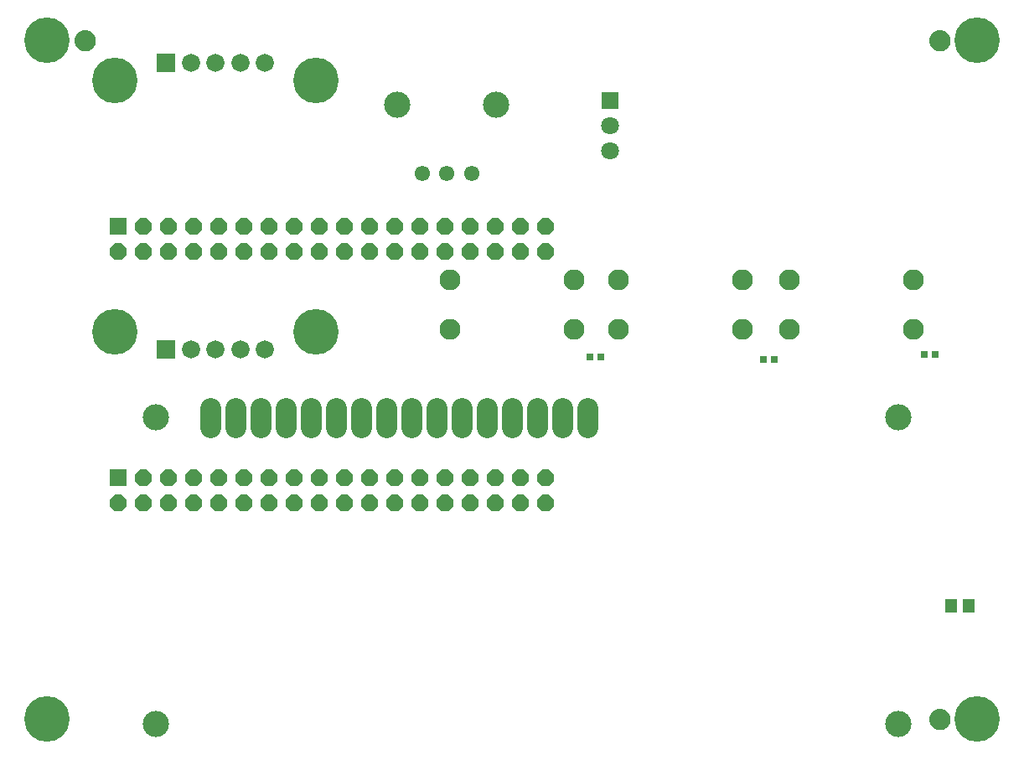
<source format=gbr>
G04 EAGLE Gerber RS-274X export*
G75*
%MOMM*%
%FSLAX34Y34*%
%LPD*%
%INSoldermask Top*%
%IPPOS*%
%AMOC8*
5,1,8,0,0,1.08239X$1,22.5*%
G01*
%ADD10R,1.676400X1.676400*%
%ADD11P,1.814519X8X22.500000*%
%ADD12C,4.597400*%
%ADD13C,0.609600*%
%ADD14C,1.168400*%
%ADD15R,1.295400X1.422400*%
%ADD16C,1.828800*%
%ADD17R,1.828800X1.828800*%
%ADD18C,2.082800*%
%ADD19C,2.652400*%
%ADD20C,1.552400*%
%ADD21R,0.762000X0.660400*%
%ADD22R,1.803400X1.803400*%
%ADD23C,1.803400*%
%ADD24C,2.112400*%


D10*
X109900Y536200D03*
D11*
X109900Y510800D03*
X135300Y536200D03*
X135300Y510800D03*
X160700Y536200D03*
X160700Y510800D03*
X186100Y536200D03*
X186100Y510800D03*
X211500Y536200D03*
X211500Y510800D03*
X236900Y536200D03*
X236900Y510800D03*
X262300Y536200D03*
X262300Y510800D03*
X287700Y536200D03*
X287700Y510800D03*
X313100Y536200D03*
X313100Y510800D03*
X338500Y536200D03*
X338500Y510800D03*
X363900Y536200D03*
X363900Y510800D03*
X389300Y536200D03*
X389300Y510800D03*
X414700Y536200D03*
X414700Y510800D03*
X440100Y536200D03*
X440100Y510800D03*
X465500Y536200D03*
X465500Y510800D03*
X490900Y536200D03*
X490900Y510800D03*
X516300Y536200D03*
X516300Y510800D03*
X541700Y536200D03*
X541700Y510800D03*
D10*
X109900Y282200D03*
D11*
X109900Y256800D03*
X135300Y282200D03*
X135300Y256800D03*
X160700Y282200D03*
X160700Y256800D03*
X186100Y282200D03*
X186100Y256800D03*
X211500Y282200D03*
X211500Y256800D03*
X236900Y282200D03*
X236900Y256800D03*
X262300Y282200D03*
X262300Y256800D03*
X287700Y282200D03*
X287700Y256800D03*
X313100Y282200D03*
X313100Y256800D03*
X338500Y282200D03*
X338500Y256800D03*
X363900Y282200D03*
X363900Y256800D03*
X389300Y282200D03*
X389300Y256800D03*
X414700Y282200D03*
X414700Y256800D03*
X440100Y282200D03*
X440100Y256800D03*
X465500Y282200D03*
X465500Y256800D03*
X490900Y282200D03*
X490900Y256800D03*
X516300Y282200D03*
X516300Y256800D03*
X541700Y282200D03*
X541700Y256800D03*
D12*
X38100Y723900D03*
X977900Y723900D03*
X38100Y38100D03*
X977900Y38100D03*
D13*
X68580Y723900D02*
X68582Y724087D01*
X68589Y724274D01*
X68601Y724461D01*
X68617Y724647D01*
X68637Y724833D01*
X68662Y725018D01*
X68692Y725203D01*
X68726Y725387D01*
X68765Y725570D01*
X68808Y725752D01*
X68856Y725932D01*
X68908Y726112D01*
X68965Y726290D01*
X69025Y726467D01*
X69091Y726642D01*
X69160Y726816D01*
X69234Y726988D01*
X69312Y727158D01*
X69394Y727326D01*
X69480Y727492D01*
X69570Y727656D01*
X69664Y727817D01*
X69762Y727977D01*
X69864Y728133D01*
X69970Y728288D01*
X70080Y728439D01*
X70193Y728588D01*
X70310Y728734D01*
X70430Y728877D01*
X70554Y729017D01*
X70681Y729154D01*
X70812Y729288D01*
X70946Y729419D01*
X71083Y729546D01*
X71223Y729670D01*
X71366Y729790D01*
X71512Y729907D01*
X71661Y730020D01*
X71812Y730130D01*
X71967Y730236D01*
X72123Y730338D01*
X72283Y730436D01*
X72444Y730530D01*
X72608Y730620D01*
X72774Y730706D01*
X72942Y730788D01*
X73112Y730866D01*
X73284Y730940D01*
X73458Y731009D01*
X73633Y731075D01*
X73810Y731135D01*
X73988Y731192D01*
X74168Y731244D01*
X74348Y731292D01*
X74530Y731335D01*
X74713Y731374D01*
X74897Y731408D01*
X75082Y731438D01*
X75267Y731463D01*
X75453Y731483D01*
X75639Y731499D01*
X75826Y731511D01*
X76013Y731518D01*
X76200Y731520D01*
X76387Y731518D01*
X76574Y731511D01*
X76761Y731499D01*
X76947Y731483D01*
X77133Y731463D01*
X77318Y731438D01*
X77503Y731408D01*
X77687Y731374D01*
X77870Y731335D01*
X78052Y731292D01*
X78232Y731244D01*
X78412Y731192D01*
X78590Y731135D01*
X78767Y731075D01*
X78942Y731009D01*
X79116Y730940D01*
X79288Y730866D01*
X79458Y730788D01*
X79626Y730706D01*
X79792Y730620D01*
X79956Y730530D01*
X80117Y730436D01*
X80277Y730338D01*
X80433Y730236D01*
X80588Y730130D01*
X80739Y730020D01*
X80888Y729907D01*
X81034Y729790D01*
X81177Y729670D01*
X81317Y729546D01*
X81454Y729419D01*
X81588Y729288D01*
X81719Y729154D01*
X81846Y729017D01*
X81970Y728877D01*
X82090Y728734D01*
X82207Y728588D01*
X82320Y728439D01*
X82430Y728288D01*
X82536Y728133D01*
X82638Y727977D01*
X82736Y727817D01*
X82830Y727656D01*
X82920Y727492D01*
X83006Y727326D01*
X83088Y727158D01*
X83166Y726988D01*
X83240Y726816D01*
X83309Y726642D01*
X83375Y726467D01*
X83435Y726290D01*
X83492Y726112D01*
X83544Y725932D01*
X83592Y725752D01*
X83635Y725570D01*
X83674Y725387D01*
X83708Y725203D01*
X83738Y725018D01*
X83763Y724833D01*
X83783Y724647D01*
X83799Y724461D01*
X83811Y724274D01*
X83818Y724087D01*
X83820Y723900D01*
X83818Y723713D01*
X83811Y723526D01*
X83799Y723339D01*
X83783Y723153D01*
X83763Y722967D01*
X83738Y722782D01*
X83708Y722597D01*
X83674Y722413D01*
X83635Y722230D01*
X83592Y722048D01*
X83544Y721868D01*
X83492Y721688D01*
X83435Y721510D01*
X83375Y721333D01*
X83309Y721158D01*
X83240Y720984D01*
X83166Y720812D01*
X83088Y720642D01*
X83006Y720474D01*
X82920Y720308D01*
X82830Y720144D01*
X82736Y719983D01*
X82638Y719823D01*
X82536Y719667D01*
X82430Y719512D01*
X82320Y719361D01*
X82207Y719212D01*
X82090Y719066D01*
X81970Y718923D01*
X81846Y718783D01*
X81719Y718646D01*
X81588Y718512D01*
X81454Y718381D01*
X81317Y718254D01*
X81177Y718130D01*
X81034Y718010D01*
X80888Y717893D01*
X80739Y717780D01*
X80588Y717670D01*
X80433Y717564D01*
X80277Y717462D01*
X80117Y717364D01*
X79956Y717270D01*
X79792Y717180D01*
X79626Y717094D01*
X79458Y717012D01*
X79288Y716934D01*
X79116Y716860D01*
X78942Y716791D01*
X78767Y716725D01*
X78590Y716665D01*
X78412Y716608D01*
X78232Y716556D01*
X78052Y716508D01*
X77870Y716465D01*
X77687Y716426D01*
X77503Y716392D01*
X77318Y716362D01*
X77133Y716337D01*
X76947Y716317D01*
X76761Y716301D01*
X76574Y716289D01*
X76387Y716282D01*
X76200Y716280D01*
X76013Y716282D01*
X75826Y716289D01*
X75639Y716301D01*
X75453Y716317D01*
X75267Y716337D01*
X75082Y716362D01*
X74897Y716392D01*
X74713Y716426D01*
X74530Y716465D01*
X74348Y716508D01*
X74168Y716556D01*
X73988Y716608D01*
X73810Y716665D01*
X73633Y716725D01*
X73458Y716791D01*
X73284Y716860D01*
X73112Y716934D01*
X72942Y717012D01*
X72774Y717094D01*
X72608Y717180D01*
X72444Y717270D01*
X72283Y717364D01*
X72123Y717462D01*
X71967Y717564D01*
X71812Y717670D01*
X71661Y717780D01*
X71512Y717893D01*
X71366Y718010D01*
X71223Y718130D01*
X71083Y718254D01*
X70946Y718381D01*
X70812Y718512D01*
X70681Y718646D01*
X70554Y718783D01*
X70430Y718923D01*
X70310Y719066D01*
X70193Y719212D01*
X70080Y719361D01*
X69970Y719512D01*
X69864Y719667D01*
X69762Y719823D01*
X69664Y719983D01*
X69570Y720144D01*
X69480Y720308D01*
X69394Y720474D01*
X69312Y720642D01*
X69234Y720812D01*
X69160Y720984D01*
X69091Y721158D01*
X69025Y721333D01*
X68965Y721510D01*
X68908Y721688D01*
X68856Y721868D01*
X68808Y722048D01*
X68765Y722230D01*
X68726Y722413D01*
X68692Y722597D01*
X68662Y722782D01*
X68637Y722967D01*
X68617Y723153D01*
X68601Y723339D01*
X68589Y723526D01*
X68582Y723713D01*
X68580Y723900D01*
D14*
X76200Y723900D03*
D13*
X932180Y723900D02*
X932182Y724087D01*
X932189Y724274D01*
X932201Y724461D01*
X932217Y724647D01*
X932237Y724833D01*
X932262Y725018D01*
X932292Y725203D01*
X932326Y725387D01*
X932365Y725570D01*
X932408Y725752D01*
X932456Y725932D01*
X932508Y726112D01*
X932565Y726290D01*
X932625Y726467D01*
X932691Y726642D01*
X932760Y726816D01*
X932834Y726988D01*
X932912Y727158D01*
X932994Y727326D01*
X933080Y727492D01*
X933170Y727656D01*
X933264Y727817D01*
X933362Y727977D01*
X933464Y728133D01*
X933570Y728288D01*
X933680Y728439D01*
X933793Y728588D01*
X933910Y728734D01*
X934030Y728877D01*
X934154Y729017D01*
X934281Y729154D01*
X934412Y729288D01*
X934546Y729419D01*
X934683Y729546D01*
X934823Y729670D01*
X934966Y729790D01*
X935112Y729907D01*
X935261Y730020D01*
X935412Y730130D01*
X935567Y730236D01*
X935723Y730338D01*
X935883Y730436D01*
X936044Y730530D01*
X936208Y730620D01*
X936374Y730706D01*
X936542Y730788D01*
X936712Y730866D01*
X936884Y730940D01*
X937058Y731009D01*
X937233Y731075D01*
X937410Y731135D01*
X937588Y731192D01*
X937768Y731244D01*
X937948Y731292D01*
X938130Y731335D01*
X938313Y731374D01*
X938497Y731408D01*
X938682Y731438D01*
X938867Y731463D01*
X939053Y731483D01*
X939239Y731499D01*
X939426Y731511D01*
X939613Y731518D01*
X939800Y731520D01*
X939987Y731518D01*
X940174Y731511D01*
X940361Y731499D01*
X940547Y731483D01*
X940733Y731463D01*
X940918Y731438D01*
X941103Y731408D01*
X941287Y731374D01*
X941470Y731335D01*
X941652Y731292D01*
X941832Y731244D01*
X942012Y731192D01*
X942190Y731135D01*
X942367Y731075D01*
X942542Y731009D01*
X942716Y730940D01*
X942888Y730866D01*
X943058Y730788D01*
X943226Y730706D01*
X943392Y730620D01*
X943556Y730530D01*
X943717Y730436D01*
X943877Y730338D01*
X944033Y730236D01*
X944188Y730130D01*
X944339Y730020D01*
X944488Y729907D01*
X944634Y729790D01*
X944777Y729670D01*
X944917Y729546D01*
X945054Y729419D01*
X945188Y729288D01*
X945319Y729154D01*
X945446Y729017D01*
X945570Y728877D01*
X945690Y728734D01*
X945807Y728588D01*
X945920Y728439D01*
X946030Y728288D01*
X946136Y728133D01*
X946238Y727977D01*
X946336Y727817D01*
X946430Y727656D01*
X946520Y727492D01*
X946606Y727326D01*
X946688Y727158D01*
X946766Y726988D01*
X946840Y726816D01*
X946909Y726642D01*
X946975Y726467D01*
X947035Y726290D01*
X947092Y726112D01*
X947144Y725932D01*
X947192Y725752D01*
X947235Y725570D01*
X947274Y725387D01*
X947308Y725203D01*
X947338Y725018D01*
X947363Y724833D01*
X947383Y724647D01*
X947399Y724461D01*
X947411Y724274D01*
X947418Y724087D01*
X947420Y723900D01*
X947418Y723713D01*
X947411Y723526D01*
X947399Y723339D01*
X947383Y723153D01*
X947363Y722967D01*
X947338Y722782D01*
X947308Y722597D01*
X947274Y722413D01*
X947235Y722230D01*
X947192Y722048D01*
X947144Y721868D01*
X947092Y721688D01*
X947035Y721510D01*
X946975Y721333D01*
X946909Y721158D01*
X946840Y720984D01*
X946766Y720812D01*
X946688Y720642D01*
X946606Y720474D01*
X946520Y720308D01*
X946430Y720144D01*
X946336Y719983D01*
X946238Y719823D01*
X946136Y719667D01*
X946030Y719512D01*
X945920Y719361D01*
X945807Y719212D01*
X945690Y719066D01*
X945570Y718923D01*
X945446Y718783D01*
X945319Y718646D01*
X945188Y718512D01*
X945054Y718381D01*
X944917Y718254D01*
X944777Y718130D01*
X944634Y718010D01*
X944488Y717893D01*
X944339Y717780D01*
X944188Y717670D01*
X944033Y717564D01*
X943877Y717462D01*
X943717Y717364D01*
X943556Y717270D01*
X943392Y717180D01*
X943226Y717094D01*
X943058Y717012D01*
X942888Y716934D01*
X942716Y716860D01*
X942542Y716791D01*
X942367Y716725D01*
X942190Y716665D01*
X942012Y716608D01*
X941832Y716556D01*
X941652Y716508D01*
X941470Y716465D01*
X941287Y716426D01*
X941103Y716392D01*
X940918Y716362D01*
X940733Y716337D01*
X940547Y716317D01*
X940361Y716301D01*
X940174Y716289D01*
X939987Y716282D01*
X939800Y716280D01*
X939613Y716282D01*
X939426Y716289D01*
X939239Y716301D01*
X939053Y716317D01*
X938867Y716337D01*
X938682Y716362D01*
X938497Y716392D01*
X938313Y716426D01*
X938130Y716465D01*
X937948Y716508D01*
X937768Y716556D01*
X937588Y716608D01*
X937410Y716665D01*
X937233Y716725D01*
X937058Y716791D01*
X936884Y716860D01*
X936712Y716934D01*
X936542Y717012D01*
X936374Y717094D01*
X936208Y717180D01*
X936044Y717270D01*
X935883Y717364D01*
X935723Y717462D01*
X935567Y717564D01*
X935412Y717670D01*
X935261Y717780D01*
X935112Y717893D01*
X934966Y718010D01*
X934823Y718130D01*
X934683Y718254D01*
X934546Y718381D01*
X934412Y718512D01*
X934281Y718646D01*
X934154Y718783D01*
X934030Y718923D01*
X933910Y719066D01*
X933793Y719212D01*
X933680Y719361D01*
X933570Y719512D01*
X933464Y719667D01*
X933362Y719823D01*
X933264Y719983D01*
X933170Y720144D01*
X933080Y720308D01*
X932994Y720474D01*
X932912Y720642D01*
X932834Y720812D01*
X932760Y720984D01*
X932691Y721158D01*
X932625Y721333D01*
X932565Y721510D01*
X932508Y721688D01*
X932456Y721868D01*
X932408Y722048D01*
X932365Y722230D01*
X932326Y722413D01*
X932292Y722597D01*
X932262Y722782D01*
X932237Y722967D01*
X932217Y723153D01*
X932201Y723339D01*
X932189Y723526D01*
X932182Y723713D01*
X932180Y723900D01*
D14*
X939800Y723900D03*
D13*
X932180Y38100D02*
X932182Y38287D01*
X932189Y38474D01*
X932201Y38661D01*
X932217Y38847D01*
X932237Y39033D01*
X932262Y39218D01*
X932292Y39403D01*
X932326Y39587D01*
X932365Y39770D01*
X932408Y39952D01*
X932456Y40132D01*
X932508Y40312D01*
X932565Y40490D01*
X932625Y40667D01*
X932691Y40842D01*
X932760Y41016D01*
X932834Y41188D01*
X932912Y41358D01*
X932994Y41526D01*
X933080Y41692D01*
X933170Y41856D01*
X933264Y42017D01*
X933362Y42177D01*
X933464Y42333D01*
X933570Y42488D01*
X933680Y42639D01*
X933793Y42788D01*
X933910Y42934D01*
X934030Y43077D01*
X934154Y43217D01*
X934281Y43354D01*
X934412Y43488D01*
X934546Y43619D01*
X934683Y43746D01*
X934823Y43870D01*
X934966Y43990D01*
X935112Y44107D01*
X935261Y44220D01*
X935412Y44330D01*
X935567Y44436D01*
X935723Y44538D01*
X935883Y44636D01*
X936044Y44730D01*
X936208Y44820D01*
X936374Y44906D01*
X936542Y44988D01*
X936712Y45066D01*
X936884Y45140D01*
X937058Y45209D01*
X937233Y45275D01*
X937410Y45335D01*
X937588Y45392D01*
X937768Y45444D01*
X937948Y45492D01*
X938130Y45535D01*
X938313Y45574D01*
X938497Y45608D01*
X938682Y45638D01*
X938867Y45663D01*
X939053Y45683D01*
X939239Y45699D01*
X939426Y45711D01*
X939613Y45718D01*
X939800Y45720D01*
X939987Y45718D01*
X940174Y45711D01*
X940361Y45699D01*
X940547Y45683D01*
X940733Y45663D01*
X940918Y45638D01*
X941103Y45608D01*
X941287Y45574D01*
X941470Y45535D01*
X941652Y45492D01*
X941832Y45444D01*
X942012Y45392D01*
X942190Y45335D01*
X942367Y45275D01*
X942542Y45209D01*
X942716Y45140D01*
X942888Y45066D01*
X943058Y44988D01*
X943226Y44906D01*
X943392Y44820D01*
X943556Y44730D01*
X943717Y44636D01*
X943877Y44538D01*
X944033Y44436D01*
X944188Y44330D01*
X944339Y44220D01*
X944488Y44107D01*
X944634Y43990D01*
X944777Y43870D01*
X944917Y43746D01*
X945054Y43619D01*
X945188Y43488D01*
X945319Y43354D01*
X945446Y43217D01*
X945570Y43077D01*
X945690Y42934D01*
X945807Y42788D01*
X945920Y42639D01*
X946030Y42488D01*
X946136Y42333D01*
X946238Y42177D01*
X946336Y42017D01*
X946430Y41856D01*
X946520Y41692D01*
X946606Y41526D01*
X946688Y41358D01*
X946766Y41188D01*
X946840Y41016D01*
X946909Y40842D01*
X946975Y40667D01*
X947035Y40490D01*
X947092Y40312D01*
X947144Y40132D01*
X947192Y39952D01*
X947235Y39770D01*
X947274Y39587D01*
X947308Y39403D01*
X947338Y39218D01*
X947363Y39033D01*
X947383Y38847D01*
X947399Y38661D01*
X947411Y38474D01*
X947418Y38287D01*
X947420Y38100D01*
X947418Y37913D01*
X947411Y37726D01*
X947399Y37539D01*
X947383Y37353D01*
X947363Y37167D01*
X947338Y36982D01*
X947308Y36797D01*
X947274Y36613D01*
X947235Y36430D01*
X947192Y36248D01*
X947144Y36068D01*
X947092Y35888D01*
X947035Y35710D01*
X946975Y35533D01*
X946909Y35358D01*
X946840Y35184D01*
X946766Y35012D01*
X946688Y34842D01*
X946606Y34674D01*
X946520Y34508D01*
X946430Y34344D01*
X946336Y34183D01*
X946238Y34023D01*
X946136Y33867D01*
X946030Y33712D01*
X945920Y33561D01*
X945807Y33412D01*
X945690Y33266D01*
X945570Y33123D01*
X945446Y32983D01*
X945319Y32846D01*
X945188Y32712D01*
X945054Y32581D01*
X944917Y32454D01*
X944777Y32330D01*
X944634Y32210D01*
X944488Y32093D01*
X944339Y31980D01*
X944188Y31870D01*
X944033Y31764D01*
X943877Y31662D01*
X943717Y31564D01*
X943556Y31470D01*
X943392Y31380D01*
X943226Y31294D01*
X943058Y31212D01*
X942888Y31134D01*
X942716Y31060D01*
X942542Y30991D01*
X942367Y30925D01*
X942190Y30865D01*
X942012Y30808D01*
X941832Y30756D01*
X941652Y30708D01*
X941470Y30665D01*
X941287Y30626D01*
X941103Y30592D01*
X940918Y30562D01*
X940733Y30537D01*
X940547Y30517D01*
X940361Y30501D01*
X940174Y30489D01*
X939987Y30482D01*
X939800Y30480D01*
X939613Y30482D01*
X939426Y30489D01*
X939239Y30501D01*
X939053Y30517D01*
X938867Y30537D01*
X938682Y30562D01*
X938497Y30592D01*
X938313Y30626D01*
X938130Y30665D01*
X937948Y30708D01*
X937768Y30756D01*
X937588Y30808D01*
X937410Y30865D01*
X937233Y30925D01*
X937058Y30991D01*
X936884Y31060D01*
X936712Y31134D01*
X936542Y31212D01*
X936374Y31294D01*
X936208Y31380D01*
X936044Y31470D01*
X935883Y31564D01*
X935723Y31662D01*
X935567Y31764D01*
X935412Y31870D01*
X935261Y31980D01*
X935112Y32093D01*
X934966Y32210D01*
X934823Y32330D01*
X934683Y32454D01*
X934546Y32581D01*
X934412Y32712D01*
X934281Y32846D01*
X934154Y32983D01*
X934030Y33123D01*
X933910Y33266D01*
X933793Y33412D01*
X933680Y33561D01*
X933570Y33712D01*
X933464Y33867D01*
X933362Y34023D01*
X933264Y34183D01*
X933170Y34344D01*
X933080Y34508D01*
X932994Y34674D01*
X932912Y34842D01*
X932834Y35012D01*
X932760Y35184D01*
X932691Y35358D01*
X932625Y35533D01*
X932565Y35710D01*
X932508Y35888D01*
X932456Y36068D01*
X932408Y36248D01*
X932365Y36430D01*
X932326Y36613D01*
X932292Y36797D01*
X932262Y36982D01*
X932237Y37167D01*
X932217Y37353D01*
X932201Y37539D01*
X932189Y37726D01*
X932182Y37913D01*
X932180Y38100D01*
D14*
X939800Y38100D03*
D15*
X951230Y152400D03*
X969010Y152400D03*
D16*
X258280Y701260D03*
X233280Y701260D03*
X208280Y701260D03*
X183280Y701260D03*
D17*
X158280Y701260D03*
D16*
X258280Y411260D03*
X233280Y411260D03*
X208280Y411260D03*
X183280Y411260D03*
D17*
X158280Y411260D03*
D12*
X309880Y683260D03*
X309880Y429260D03*
X106680Y683260D03*
X106680Y429260D03*
D18*
X203200Y352552D02*
X203200Y333248D01*
X228600Y333248D02*
X228600Y352552D01*
X254000Y352552D02*
X254000Y333248D01*
X279400Y333248D02*
X279400Y352552D01*
X304800Y352552D02*
X304800Y333248D01*
X330200Y333248D02*
X330200Y352552D01*
X355600Y352552D02*
X355600Y333248D01*
X381000Y333248D02*
X381000Y352552D01*
X406400Y352552D02*
X406400Y333248D01*
X431800Y333248D02*
X431800Y352552D01*
X457200Y352552D02*
X457200Y333248D01*
X482600Y333248D02*
X482600Y352552D01*
X508000Y352552D02*
X508000Y333248D01*
X533400Y333248D02*
X533400Y352552D01*
X558800Y352552D02*
X558800Y333248D01*
X584200Y333248D02*
X584200Y352552D01*
D19*
X148200Y342900D03*
X898200Y342900D03*
X148200Y32900D03*
X898200Y32900D03*
D20*
X416960Y589280D03*
X441960Y589280D03*
X466960Y589280D03*
D19*
X391960Y659280D03*
X491960Y659280D03*
D21*
X586232Y403860D03*
X597408Y403860D03*
D22*
X607060Y662940D03*
D23*
X607060Y637540D03*
X607060Y612140D03*
D24*
X570500Y482200D03*
X570500Y432200D03*
X445500Y432200D03*
X445500Y482200D03*
D21*
X761492Y401320D03*
X772668Y401320D03*
D24*
X740680Y482200D03*
X740680Y432200D03*
X615680Y432200D03*
X615680Y482200D03*
D21*
X924052Y406400D03*
X935228Y406400D03*
D24*
X913400Y482200D03*
X913400Y432200D03*
X788400Y432200D03*
X788400Y482200D03*
M02*

</source>
